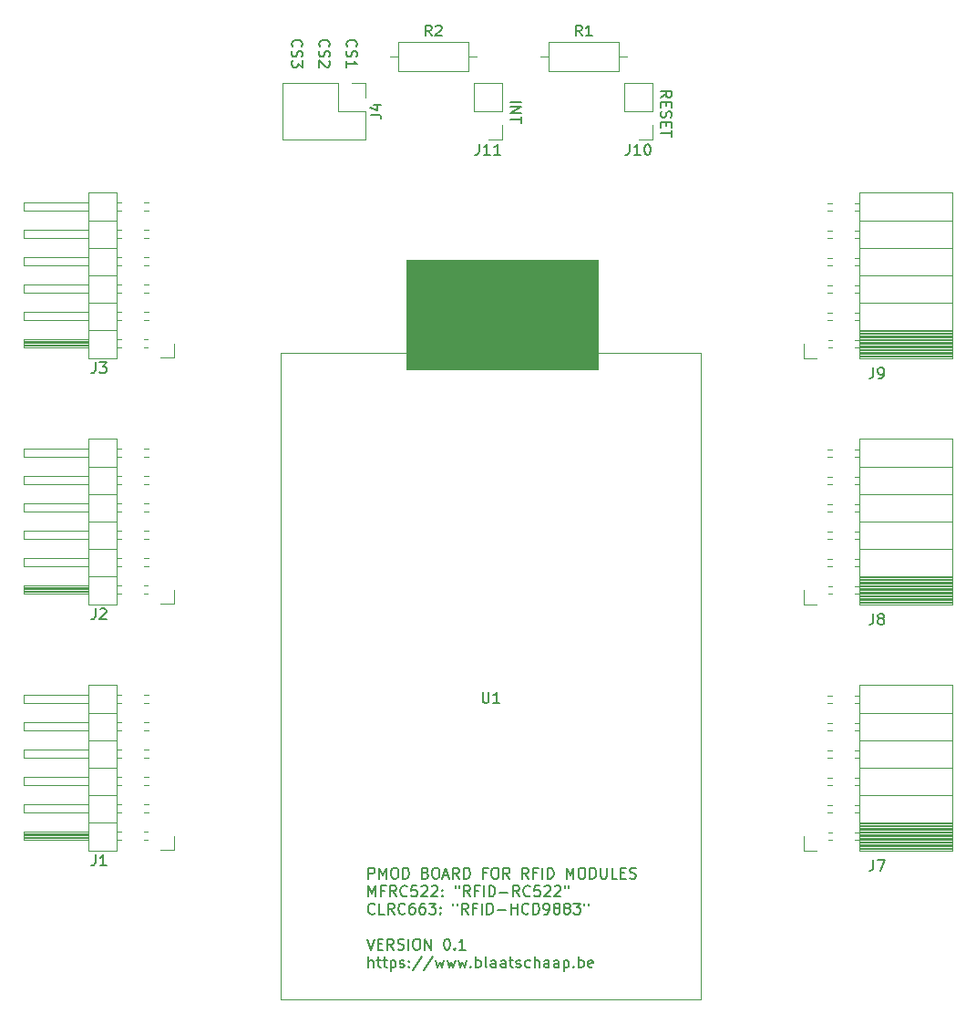
<source format=gbr>
%TF.GenerationSoftware,KiCad,Pcbnew,5.1.10*%
%TF.CreationDate,2022-01-14T13:32:54+01:00*%
%TF.ProjectId,modules_board,6d6f6475-6c65-4735-9f62-6f6172642e6b,rev?*%
%TF.SameCoordinates,Original*%
%TF.FileFunction,Legend,Top*%
%TF.FilePolarity,Positive*%
%FSLAX46Y46*%
G04 Gerber Fmt 4.6, Leading zero omitted, Abs format (unit mm)*
G04 Created by KiCad (PCBNEW 5.1.10) date 2022-01-14 13:32:54*
%MOMM*%
%LPD*%
G01*
G04 APERTURE LIST*
%ADD10C,0.150000*%
%ADD11C,0.120000*%
%ADD12C,0.100000*%
G04 APERTURE END LIST*
D10*
X110037619Y-50798214D02*
X110513809Y-50464880D01*
X110037619Y-50226785D02*
X111037619Y-50226785D01*
X111037619Y-50607738D01*
X110990000Y-50702976D01*
X110942380Y-50750595D01*
X110847142Y-50798214D01*
X110704285Y-50798214D01*
X110609047Y-50750595D01*
X110561428Y-50702976D01*
X110513809Y-50607738D01*
X110513809Y-50226785D01*
X110561428Y-51226785D02*
X110561428Y-51560119D01*
X110037619Y-51702976D02*
X110037619Y-51226785D01*
X111037619Y-51226785D01*
X111037619Y-51702976D01*
X110085238Y-52083928D02*
X110037619Y-52226785D01*
X110037619Y-52464880D01*
X110085238Y-52560119D01*
X110132857Y-52607738D01*
X110228095Y-52655357D01*
X110323333Y-52655357D01*
X110418571Y-52607738D01*
X110466190Y-52560119D01*
X110513809Y-52464880D01*
X110561428Y-52274404D01*
X110609047Y-52179166D01*
X110656666Y-52131547D01*
X110751904Y-52083928D01*
X110847142Y-52083928D01*
X110942380Y-52131547D01*
X110990000Y-52179166D01*
X111037619Y-52274404D01*
X111037619Y-52512500D01*
X110990000Y-52655357D01*
X110561428Y-53083928D02*
X110561428Y-53417261D01*
X110037619Y-53560119D02*
X110037619Y-53083928D01*
X111037619Y-53083928D01*
X111037619Y-53560119D01*
X111037619Y-53845833D02*
X111037619Y-54417261D01*
X110037619Y-54131547D02*
X111037619Y-54131547D01*
X96067619Y-51194880D02*
X97067619Y-51194880D01*
X96067619Y-51671071D02*
X97067619Y-51671071D01*
X96067619Y-52242500D01*
X97067619Y-52242500D01*
X97067619Y-52575833D02*
X97067619Y-53147261D01*
X96067619Y-52861547D02*
X97067619Y-52861547D01*
X80922857Y-46067261D02*
X80875238Y-46019642D01*
X80827619Y-45876785D01*
X80827619Y-45781547D01*
X80875238Y-45638690D01*
X80970476Y-45543452D01*
X81065714Y-45495833D01*
X81256190Y-45448214D01*
X81399047Y-45448214D01*
X81589523Y-45495833D01*
X81684761Y-45543452D01*
X81780000Y-45638690D01*
X81827619Y-45781547D01*
X81827619Y-45876785D01*
X81780000Y-46019642D01*
X81732380Y-46067261D01*
X80875238Y-46448214D02*
X80827619Y-46591071D01*
X80827619Y-46829166D01*
X80875238Y-46924404D01*
X80922857Y-46972023D01*
X81018095Y-47019642D01*
X81113333Y-47019642D01*
X81208571Y-46972023D01*
X81256190Y-46924404D01*
X81303809Y-46829166D01*
X81351428Y-46638690D01*
X81399047Y-46543452D01*
X81446666Y-46495833D01*
X81541904Y-46448214D01*
X81637142Y-46448214D01*
X81732380Y-46495833D01*
X81780000Y-46543452D01*
X81827619Y-46638690D01*
X81827619Y-46876785D01*
X81780000Y-47019642D01*
X80827619Y-47972023D02*
X80827619Y-47400595D01*
X80827619Y-47686309D02*
X81827619Y-47686309D01*
X81684761Y-47591071D01*
X81589523Y-47495833D01*
X81541904Y-47400595D01*
X78382857Y-46067261D02*
X78335238Y-46019642D01*
X78287619Y-45876785D01*
X78287619Y-45781547D01*
X78335238Y-45638690D01*
X78430476Y-45543452D01*
X78525714Y-45495833D01*
X78716190Y-45448214D01*
X78859047Y-45448214D01*
X79049523Y-45495833D01*
X79144761Y-45543452D01*
X79240000Y-45638690D01*
X79287619Y-45781547D01*
X79287619Y-45876785D01*
X79240000Y-46019642D01*
X79192380Y-46067261D01*
X78335238Y-46448214D02*
X78287619Y-46591071D01*
X78287619Y-46829166D01*
X78335238Y-46924404D01*
X78382857Y-46972023D01*
X78478095Y-47019642D01*
X78573333Y-47019642D01*
X78668571Y-46972023D01*
X78716190Y-46924404D01*
X78763809Y-46829166D01*
X78811428Y-46638690D01*
X78859047Y-46543452D01*
X78906666Y-46495833D01*
X79001904Y-46448214D01*
X79097142Y-46448214D01*
X79192380Y-46495833D01*
X79240000Y-46543452D01*
X79287619Y-46638690D01*
X79287619Y-46876785D01*
X79240000Y-47019642D01*
X79192380Y-47400595D02*
X79240000Y-47448214D01*
X79287619Y-47543452D01*
X79287619Y-47781547D01*
X79240000Y-47876785D01*
X79192380Y-47924404D01*
X79097142Y-47972023D01*
X79001904Y-47972023D01*
X78859047Y-47924404D01*
X78287619Y-47352976D01*
X78287619Y-47972023D01*
X75842857Y-46067261D02*
X75795238Y-46019642D01*
X75747619Y-45876785D01*
X75747619Y-45781547D01*
X75795238Y-45638690D01*
X75890476Y-45543452D01*
X75985714Y-45495833D01*
X76176190Y-45448214D01*
X76319047Y-45448214D01*
X76509523Y-45495833D01*
X76604761Y-45543452D01*
X76700000Y-45638690D01*
X76747619Y-45781547D01*
X76747619Y-45876785D01*
X76700000Y-46019642D01*
X76652380Y-46067261D01*
X75795238Y-46448214D02*
X75747619Y-46591071D01*
X75747619Y-46829166D01*
X75795238Y-46924404D01*
X75842857Y-46972023D01*
X75938095Y-47019642D01*
X76033333Y-47019642D01*
X76128571Y-46972023D01*
X76176190Y-46924404D01*
X76223809Y-46829166D01*
X76271428Y-46638690D01*
X76319047Y-46543452D01*
X76366666Y-46495833D01*
X76461904Y-46448214D01*
X76557142Y-46448214D01*
X76652380Y-46495833D01*
X76700000Y-46543452D01*
X76747619Y-46638690D01*
X76747619Y-46876785D01*
X76700000Y-47019642D01*
X76747619Y-47352976D02*
X76747619Y-47972023D01*
X76366666Y-47638690D01*
X76366666Y-47781547D01*
X76319047Y-47876785D01*
X76271428Y-47924404D01*
X76176190Y-47972023D01*
X75938095Y-47972023D01*
X75842857Y-47924404D01*
X75795238Y-47876785D01*
X75747619Y-47781547D01*
X75747619Y-47495833D01*
X75795238Y-47400595D01*
X75842857Y-47352976D01*
X82885595Y-123327380D02*
X82885595Y-122327380D01*
X83266547Y-122327380D01*
X83361785Y-122375000D01*
X83409404Y-122422619D01*
X83457023Y-122517857D01*
X83457023Y-122660714D01*
X83409404Y-122755952D01*
X83361785Y-122803571D01*
X83266547Y-122851190D01*
X82885595Y-122851190D01*
X83885595Y-123327380D02*
X83885595Y-122327380D01*
X84218928Y-123041666D01*
X84552261Y-122327380D01*
X84552261Y-123327380D01*
X85218928Y-122327380D02*
X85409404Y-122327380D01*
X85504642Y-122375000D01*
X85599880Y-122470238D01*
X85647500Y-122660714D01*
X85647500Y-122994047D01*
X85599880Y-123184523D01*
X85504642Y-123279761D01*
X85409404Y-123327380D01*
X85218928Y-123327380D01*
X85123690Y-123279761D01*
X85028452Y-123184523D01*
X84980833Y-122994047D01*
X84980833Y-122660714D01*
X85028452Y-122470238D01*
X85123690Y-122375000D01*
X85218928Y-122327380D01*
X86076071Y-123327380D02*
X86076071Y-122327380D01*
X86314166Y-122327380D01*
X86457023Y-122375000D01*
X86552261Y-122470238D01*
X86599880Y-122565476D01*
X86647500Y-122755952D01*
X86647500Y-122898809D01*
X86599880Y-123089285D01*
X86552261Y-123184523D01*
X86457023Y-123279761D01*
X86314166Y-123327380D01*
X86076071Y-123327380D01*
X88171309Y-122803571D02*
X88314166Y-122851190D01*
X88361785Y-122898809D01*
X88409404Y-122994047D01*
X88409404Y-123136904D01*
X88361785Y-123232142D01*
X88314166Y-123279761D01*
X88218928Y-123327380D01*
X87837976Y-123327380D01*
X87837976Y-122327380D01*
X88171309Y-122327380D01*
X88266547Y-122375000D01*
X88314166Y-122422619D01*
X88361785Y-122517857D01*
X88361785Y-122613095D01*
X88314166Y-122708333D01*
X88266547Y-122755952D01*
X88171309Y-122803571D01*
X87837976Y-122803571D01*
X89028452Y-122327380D02*
X89218928Y-122327380D01*
X89314166Y-122375000D01*
X89409404Y-122470238D01*
X89457023Y-122660714D01*
X89457023Y-122994047D01*
X89409404Y-123184523D01*
X89314166Y-123279761D01*
X89218928Y-123327380D01*
X89028452Y-123327380D01*
X88933214Y-123279761D01*
X88837976Y-123184523D01*
X88790357Y-122994047D01*
X88790357Y-122660714D01*
X88837976Y-122470238D01*
X88933214Y-122375000D01*
X89028452Y-122327380D01*
X89837976Y-123041666D02*
X90314166Y-123041666D01*
X89742738Y-123327380D02*
X90076071Y-122327380D01*
X90409404Y-123327380D01*
X91314166Y-123327380D02*
X90980833Y-122851190D01*
X90742738Y-123327380D02*
X90742738Y-122327380D01*
X91123690Y-122327380D01*
X91218928Y-122375000D01*
X91266547Y-122422619D01*
X91314166Y-122517857D01*
X91314166Y-122660714D01*
X91266547Y-122755952D01*
X91218928Y-122803571D01*
X91123690Y-122851190D01*
X90742738Y-122851190D01*
X91742738Y-123327380D02*
X91742738Y-122327380D01*
X91980833Y-122327380D01*
X92123690Y-122375000D01*
X92218928Y-122470238D01*
X92266547Y-122565476D01*
X92314166Y-122755952D01*
X92314166Y-122898809D01*
X92266547Y-123089285D01*
X92218928Y-123184523D01*
X92123690Y-123279761D01*
X91980833Y-123327380D01*
X91742738Y-123327380D01*
X93837976Y-122803571D02*
X93504642Y-122803571D01*
X93504642Y-123327380D02*
X93504642Y-122327380D01*
X93980833Y-122327380D01*
X94552261Y-122327380D02*
X94742738Y-122327380D01*
X94837976Y-122375000D01*
X94933214Y-122470238D01*
X94980833Y-122660714D01*
X94980833Y-122994047D01*
X94933214Y-123184523D01*
X94837976Y-123279761D01*
X94742738Y-123327380D01*
X94552261Y-123327380D01*
X94457023Y-123279761D01*
X94361785Y-123184523D01*
X94314166Y-122994047D01*
X94314166Y-122660714D01*
X94361785Y-122470238D01*
X94457023Y-122375000D01*
X94552261Y-122327380D01*
X95980833Y-123327380D02*
X95647500Y-122851190D01*
X95409404Y-123327380D02*
X95409404Y-122327380D01*
X95790357Y-122327380D01*
X95885595Y-122375000D01*
X95933214Y-122422619D01*
X95980833Y-122517857D01*
X95980833Y-122660714D01*
X95933214Y-122755952D01*
X95885595Y-122803571D01*
X95790357Y-122851190D01*
X95409404Y-122851190D01*
X97742738Y-123327380D02*
X97409404Y-122851190D01*
X97171309Y-123327380D02*
X97171309Y-122327380D01*
X97552261Y-122327380D01*
X97647500Y-122375000D01*
X97695119Y-122422619D01*
X97742738Y-122517857D01*
X97742738Y-122660714D01*
X97695119Y-122755952D01*
X97647500Y-122803571D01*
X97552261Y-122851190D01*
X97171309Y-122851190D01*
X98504642Y-122803571D02*
X98171309Y-122803571D01*
X98171309Y-123327380D02*
X98171309Y-122327380D01*
X98647500Y-122327380D01*
X99028452Y-123327380D02*
X99028452Y-122327380D01*
X99504642Y-123327380D02*
X99504642Y-122327380D01*
X99742738Y-122327380D01*
X99885595Y-122375000D01*
X99980833Y-122470238D01*
X100028452Y-122565476D01*
X100076071Y-122755952D01*
X100076071Y-122898809D01*
X100028452Y-123089285D01*
X99980833Y-123184523D01*
X99885595Y-123279761D01*
X99742738Y-123327380D01*
X99504642Y-123327380D01*
X101266547Y-123327380D02*
X101266547Y-122327380D01*
X101599880Y-123041666D01*
X101933214Y-122327380D01*
X101933214Y-123327380D01*
X102599880Y-122327380D02*
X102790357Y-122327380D01*
X102885595Y-122375000D01*
X102980833Y-122470238D01*
X103028452Y-122660714D01*
X103028452Y-122994047D01*
X102980833Y-123184523D01*
X102885595Y-123279761D01*
X102790357Y-123327380D01*
X102599880Y-123327380D01*
X102504642Y-123279761D01*
X102409404Y-123184523D01*
X102361785Y-122994047D01*
X102361785Y-122660714D01*
X102409404Y-122470238D01*
X102504642Y-122375000D01*
X102599880Y-122327380D01*
X103457023Y-123327380D02*
X103457023Y-122327380D01*
X103695119Y-122327380D01*
X103837976Y-122375000D01*
X103933214Y-122470238D01*
X103980833Y-122565476D01*
X104028452Y-122755952D01*
X104028452Y-122898809D01*
X103980833Y-123089285D01*
X103933214Y-123184523D01*
X103837976Y-123279761D01*
X103695119Y-123327380D01*
X103457023Y-123327380D01*
X104457023Y-122327380D02*
X104457023Y-123136904D01*
X104504642Y-123232142D01*
X104552261Y-123279761D01*
X104647500Y-123327380D01*
X104837976Y-123327380D01*
X104933214Y-123279761D01*
X104980833Y-123232142D01*
X105028452Y-123136904D01*
X105028452Y-122327380D01*
X105980833Y-123327380D02*
X105504642Y-123327380D01*
X105504642Y-122327380D01*
X106314166Y-122803571D02*
X106647500Y-122803571D01*
X106790357Y-123327380D02*
X106314166Y-123327380D01*
X106314166Y-122327380D01*
X106790357Y-122327380D01*
X107171309Y-123279761D02*
X107314166Y-123327380D01*
X107552261Y-123327380D01*
X107647500Y-123279761D01*
X107695119Y-123232142D01*
X107742738Y-123136904D01*
X107742738Y-123041666D01*
X107695119Y-122946428D01*
X107647500Y-122898809D01*
X107552261Y-122851190D01*
X107361785Y-122803571D01*
X107266547Y-122755952D01*
X107218928Y-122708333D01*
X107171309Y-122613095D01*
X107171309Y-122517857D01*
X107218928Y-122422619D01*
X107266547Y-122375000D01*
X107361785Y-122327380D01*
X107599880Y-122327380D01*
X107742738Y-122375000D01*
X82885595Y-124977380D02*
X82885595Y-123977380D01*
X83218928Y-124691666D01*
X83552261Y-123977380D01*
X83552261Y-124977380D01*
X84361785Y-124453571D02*
X84028452Y-124453571D01*
X84028452Y-124977380D02*
X84028452Y-123977380D01*
X84504642Y-123977380D01*
X85457023Y-124977380D02*
X85123690Y-124501190D01*
X84885595Y-124977380D02*
X84885595Y-123977380D01*
X85266547Y-123977380D01*
X85361785Y-124025000D01*
X85409404Y-124072619D01*
X85457023Y-124167857D01*
X85457023Y-124310714D01*
X85409404Y-124405952D01*
X85361785Y-124453571D01*
X85266547Y-124501190D01*
X84885595Y-124501190D01*
X86457023Y-124882142D02*
X86409404Y-124929761D01*
X86266547Y-124977380D01*
X86171309Y-124977380D01*
X86028452Y-124929761D01*
X85933214Y-124834523D01*
X85885595Y-124739285D01*
X85837976Y-124548809D01*
X85837976Y-124405952D01*
X85885595Y-124215476D01*
X85933214Y-124120238D01*
X86028452Y-124025000D01*
X86171309Y-123977380D01*
X86266547Y-123977380D01*
X86409404Y-124025000D01*
X86457023Y-124072619D01*
X87361785Y-123977380D02*
X86885595Y-123977380D01*
X86837976Y-124453571D01*
X86885595Y-124405952D01*
X86980833Y-124358333D01*
X87218928Y-124358333D01*
X87314166Y-124405952D01*
X87361785Y-124453571D01*
X87409404Y-124548809D01*
X87409404Y-124786904D01*
X87361785Y-124882142D01*
X87314166Y-124929761D01*
X87218928Y-124977380D01*
X86980833Y-124977380D01*
X86885595Y-124929761D01*
X86837976Y-124882142D01*
X87790357Y-124072619D02*
X87837976Y-124025000D01*
X87933214Y-123977380D01*
X88171309Y-123977380D01*
X88266547Y-124025000D01*
X88314166Y-124072619D01*
X88361785Y-124167857D01*
X88361785Y-124263095D01*
X88314166Y-124405952D01*
X87742738Y-124977380D01*
X88361785Y-124977380D01*
X88742738Y-124072619D02*
X88790357Y-124025000D01*
X88885595Y-123977380D01*
X89123690Y-123977380D01*
X89218928Y-124025000D01*
X89266547Y-124072619D01*
X89314166Y-124167857D01*
X89314166Y-124263095D01*
X89266547Y-124405952D01*
X88695119Y-124977380D01*
X89314166Y-124977380D01*
X89742738Y-124882142D02*
X89790357Y-124929761D01*
X89742738Y-124977380D01*
X89695119Y-124929761D01*
X89742738Y-124882142D01*
X89742738Y-124977380D01*
X89742738Y-124358333D02*
X89790357Y-124405952D01*
X89742738Y-124453571D01*
X89695119Y-124405952D01*
X89742738Y-124358333D01*
X89742738Y-124453571D01*
X90933214Y-123977380D02*
X90933214Y-124167857D01*
X91314166Y-123977380D02*
X91314166Y-124167857D01*
X92314166Y-124977380D02*
X91980833Y-124501190D01*
X91742738Y-124977380D02*
X91742738Y-123977380D01*
X92123690Y-123977380D01*
X92218928Y-124025000D01*
X92266547Y-124072619D01*
X92314166Y-124167857D01*
X92314166Y-124310714D01*
X92266547Y-124405952D01*
X92218928Y-124453571D01*
X92123690Y-124501190D01*
X91742738Y-124501190D01*
X93076071Y-124453571D02*
X92742738Y-124453571D01*
X92742738Y-124977380D02*
X92742738Y-123977380D01*
X93218928Y-123977380D01*
X93599880Y-124977380D02*
X93599880Y-123977380D01*
X94076071Y-124977380D02*
X94076071Y-123977380D01*
X94314166Y-123977380D01*
X94457023Y-124025000D01*
X94552261Y-124120238D01*
X94599880Y-124215476D01*
X94647500Y-124405952D01*
X94647500Y-124548809D01*
X94599880Y-124739285D01*
X94552261Y-124834523D01*
X94457023Y-124929761D01*
X94314166Y-124977380D01*
X94076071Y-124977380D01*
X95076071Y-124596428D02*
X95837976Y-124596428D01*
X96885595Y-124977380D02*
X96552261Y-124501190D01*
X96314166Y-124977380D02*
X96314166Y-123977380D01*
X96695119Y-123977380D01*
X96790357Y-124025000D01*
X96837976Y-124072619D01*
X96885595Y-124167857D01*
X96885595Y-124310714D01*
X96837976Y-124405952D01*
X96790357Y-124453571D01*
X96695119Y-124501190D01*
X96314166Y-124501190D01*
X97885595Y-124882142D02*
X97837976Y-124929761D01*
X97695119Y-124977380D01*
X97599880Y-124977380D01*
X97457023Y-124929761D01*
X97361785Y-124834523D01*
X97314166Y-124739285D01*
X97266547Y-124548809D01*
X97266547Y-124405952D01*
X97314166Y-124215476D01*
X97361785Y-124120238D01*
X97457023Y-124025000D01*
X97599880Y-123977380D01*
X97695119Y-123977380D01*
X97837976Y-124025000D01*
X97885595Y-124072619D01*
X98790357Y-123977380D02*
X98314166Y-123977380D01*
X98266547Y-124453571D01*
X98314166Y-124405952D01*
X98409404Y-124358333D01*
X98647500Y-124358333D01*
X98742738Y-124405952D01*
X98790357Y-124453571D01*
X98837976Y-124548809D01*
X98837976Y-124786904D01*
X98790357Y-124882142D01*
X98742738Y-124929761D01*
X98647500Y-124977380D01*
X98409404Y-124977380D01*
X98314166Y-124929761D01*
X98266547Y-124882142D01*
X99218928Y-124072619D02*
X99266547Y-124025000D01*
X99361785Y-123977380D01*
X99599880Y-123977380D01*
X99695119Y-124025000D01*
X99742738Y-124072619D01*
X99790357Y-124167857D01*
X99790357Y-124263095D01*
X99742738Y-124405952D01*
X99171309Y-124977380D01*
X99790357Y-124977380D01*
X100171309Y-124072619D02*
X100218928Y-124025000D01*
X100314166Y-123977380D01*
X100552261Y-123977380D01*
X100647500Y-124025000D01*
X100695119Y-124072619D01*
X100742738Y-124167857D01*
X100742738Y-124263095D01*
X100695119Y-124405952D01*
X100123690Y-124977380D01*
X100742738Y-124977380D01*
X101123690Y-123977380D02*
X101123690Y-124167857D01*
X101504642Y-123977380D02*
X101504642Y-124167857D01*
X83457023Y-126532142D02*
X83409404Y-126579761D01*
X83266547Y-126627380D01*
X83171309Y-126627380D01*
X83028452Y-126579761D01*
X82933214Y-126484523D01*
X82885595Y-126389285D01*
X82837976Y-126198809D01*
X82837976Y-126055952D01*
X82885595Y-125865476D01*
X82933214Y-125770238D01*
X83028452Y-125675000D01*
X83171309Y-125627380D01*
X83266547Y-125627380D01*
X83409404Y-125675000D01*
X83457023Y-125722619D01*
X84361785Y-126627380D02*
X83885595Y-126627380D01*
X83885595Y-125627380D01*
X85266547Y-126627380D02*
X84933214Y-126151190D01*
X84695119Y-126627380D02*
X84695119Y-125627380D01*
X85076071Y-125627380D01*
X85171309Y-125675000D01*
X85218928Y-125722619D01*
X85266547Y-125817857D01*
X85266547Y-125960714D01*
X85218928Y-126055952D01*
X85171309Y-126103571D01*
X85076071Y-126151190D01*
X84695119Y-126151190D01*
X86266547Y-126532142D02*
X86218928Y-126579761D01*
X86076071Y-126627380D01*
X85980833Y-126627380D01*
X85837976Y-126579761D01*
X85742738Y-126484523D01*
X85695119Y-126389285D01*
X85647500Y-126198809D01*
X85647500Y-126055952D01*
X85695119Y-125865476D01*
X85742738Y-125770238D01*
X85837976Y-125675000D01*
X85980833Y-125627380D01*
X86076071Y-125627380D01*
X86218928Y-125675000D01*
X86266547Y-125722619D01*
X87123690Y-125627380D02*
X86933214Y-125627380D01*
X86837976Y-125675000D01*
X86790357Y-125722619D01*
X86695119Y-125865476D01*
X86647500Y-126055952D01*
X86647500Y-126436904D01*
X86695119Y-126532142D01*
X86742738Y-126579761D01*
X86837976Y-126627380D01*
X87028452Y-126627380D01*
X87123690Y-126579761D01*
X87171309Y-126532142D01*
X87218928Y-126436904D01*
X87218928Y-126198809D01*
X87171309Y-126103571D01*
X87123690Y-126055952D01*
X87028452Y-126008333D01*
X86837976Y-126008333D01*
X86742738Y-126055952D01*
X86695119Y-126103571D01*
X86647500Y-126198809D01*
X88076071Y-125627380D02*
X87885595Y-125627380D01*
X87790357Y-125675000D01*
X87742738Y-125722619D01*
X87647500Y-125865476D01*
X87599880Y-126055952D01*
X87599880Y-126436904D01*
X87647500Y-126532142D01*
X87695119Y-126579761D01*
X87790357Y-126627380D01*
X87980833Y-126627380D01*
X88076071Y-126579761D01*
X88123690Y-126532142D01*
X88171309Y-126436904D01*
X88171309Y-126198809D01*
X88123690Y-126103571D01*
X88076071Y-126055952D01*
X87980833Y-126008333D01*
X87790357Y-126008333D01*
X87695119Y-126055952D01*
X87647500Y-126103571D01*
X87599880Y-126198809D01*
X88504642Y-125627380D02*
X89123690Y-125627380D01*
X88790357Y-126008333D01*
X88933214Y-126008333D01*
X89028452Y-126055952D01*
X89076071Y-126103571D01*
X89123690Y-126198809D01*
X89123690Y-126436904D01*
X89076071Y-126532142D01*
X89028452Y-126579761D01*
X88933214Y-126627380D01*
X88647500Y-126627380D01*
X88552261Y-126579761D01*
X88504642Y-126532142D01*
X89552261Y-126532142D02*
X89599880Y-126579761D01*
X89552261Y-126627380D01*
X89504642Y-126579761D01*
X89552261Y-126532142D01*
X89552261Y-126627380D01*
X89552261Y-126008333D02*
X89599880Y-126055952D01*
X89552261Y-126103571D01*
X89504642Y-126055952D01*
X89552261Y-126008333D01*
X89552261Y-126103571D01*
X90742738Y-125627380D02*
X90742738Y-125817857D01*
X91123690Y-125627380D02*
X91123690Y-125817857D01*
X92123690Y-126627380D02*
X91790357Y-126151190D01*
X91552261Y-126627380D02*
X91552261Y-125627380D01*
X91933214Y-125627380D01*
X92028452Y-125675000D01*
X92076071Y-125722619D01*
X92123690Y-125817857D01*
X92123690Y-125960714D01*
X92076071Y-126055952D01*
X92028452Y-126103571D01*
X91933214Y-126151190D01*
X91552261Y-126151190D01*
X92885595Y-126103571D02*
X92552261Y-126103571D01*
X92552261Y-126627380D02*
X92552261Y-125627380D01*
X93028452Y-125627380D01*
X93409404Y-126627380D02*
X93409404Y-125627380D01*
X93885595Y-126627380D02*
X93885595Y-125627380D01*
X94123690Y-125627380D01*
X94266547Y-125675000D01*
X94361785Y-125770238D01*
X94409404Y-125865476D01*
X94457023Y-126055952D01*
X94457023Y-126198809D01*
X94409404Y-126389285D01*
X94361785Y-126484523D01*
X94266547Y-126579761D01*
X94123690Y-126627380D01*
X93885595Y-126627380D01*
X94885595Y-126246428D02*
X95647500Y-126246428D01*
X96123690Y-126627380D02*
X96123690Y-125627380D01*
X96123690Y-126103571D02*
X96695119Y-126103571D01*
X96695119Y-126627380D02*
X96695119Y-125627380D01*
X97742738Y-126532142D02*
X97695119Y-126579761D01*
X97552261Y-126627380D01*
X97457023Y-126627380D01*
X97314166Y-126579761D01*
X97218928Y-126484523D01*
X97171309Y-126389285D01*
X97123690Y-126198809D01*
X97123690Y-126055952D01*
X97171309Y-125865476D01*
X97218928Y-125770238D01*
X97314166Y-125675000D01*
X97457023Y-125627380D01*
X97552261Y-125627380D01*
X97695119Y-125675000D01*
X97742738Y-125722619D01*
X98171309Y-126627380D02*
X98171309Y-125627380D01*
X98409404Y-125627380D01*
X98552261Y-125675000D01*
X98647500Y-125770238D01*
X98695119Y-125865476D01*
X98742738Y-126055952D01*
X98742738Y-126198809D01*
X98695119Y-126389285D01*
X98647500Y-126484523D01*
X98552261Y-126579761D01*
X98409404Y-126627380D01*
X98171309Y-126627380D01*
X99218928Y-126627380D02*
X99409404Y-126627380D01*
X99504642Y-126579761D01*
X99552261Y-126532142D01*
X99647500Y-126389285D01*
X99695119Y-126198809D01*
X99695119Y-125817857D01*
X99647500Y-125722619D01*
X99599880Y-125675000D01*
X99504642Y-125627380D01*
X99314166Y-125627380D01*
X99218928Y-125675000D01*
X99171309Y-125722619D01*
X99123690Y-125817857D01*
X99123690Y-126055952D01*
X99171309Y-126151190D01*
X99218928Y-126198809D01*
X99314166Y-126246428D01*
X99504642Y-126246428D01*
X99599880Y-126198809D01*
X99647500Y-126151190D01*
X99695119Y-126055952D01*
X100266547Y-126055952D02*
X100171309Y-126008333D01*
X100123690Y-125960714D01*
X100076071Y-125865476D01*
X100076071Y-125817857D01*
X100123690Y-125722619D01*
X100171309Y-125675000D01*
X100266547Y-125627380D01*
X100457023Y-125627380D01*
X100552261Y-125675000D01*
X100599880Y-125722619D01*
X100647500Y-125817857D01*
X100647500Y-125865476D01*
X100599880Y-125960714D01*
X100552261Y-126008333D01*
X100457023Y-126055952D01*
X100266547Y-126055952D01*
X100171309Y-126103571D01*
X100123690Y-126151190D01*
X100076071Y-126246428D01*
X100076071Y-126436904D01*
X100123690Y-126532142D01*
X100171309Y-126579761D01*
X100266547Y-126627380D01*
X100457023Y-126627380D01*
X100552261Y-126579761D01*
X100599880Y-126532142D01*
X100647500Y-126436904D01*
X100647500Y-126246428D01*
X100599880Y-126151190D01*
X100552261Y-126103571D01*
X100457023Y-126055952D01*
X101218928Y-126055952D02*
X101123690Y-126008333D01*
X101076071Y-125960714D01*
X101028452Y-125865476D01*
X101028452Y-125817857D01*
X101076071Y-125722619D01*
X101123690Y-125675000D01*
X101218928Y-125627380D01*
X101409404Y-125627380D01*
X101504642Y-125675000D01*
X101552261Y-125722619D01*
X101599880Y-125817857D01*
X101599880Y-125865476D01*
X101552261Y-125960714D01*
X101504642Y-126008333D01*
X101409404Y-126055952D01*
X101218928Y-126055952D01*
X101123690Y-126103571D01*
X101076071Y-126151190D01*
X101028452Y-126246428D01*
X101028452Y-126436904D01*
X101076071Y-126532142D01*
X101123690Y-126579761D01*
X101218928Y-126627380D01*
X101409404Y-126627380D01*
X101504642Y-126579761D01*
X101552261Y-126532142D01*
X101599880Y-126436904D01*
X101599880Y-126246428D01*
X101552261Y-126151190D01*
X101504642Y-126103571D01*
X101409404Y-126055952D01*
X101933214Y-125627380D02*
X102552261Y-125627380D01*
X102218928Y-126008333D01*
X102361785Y-126008333D01*
X102457023Y-126055952D01*
X102504642Y-126103571D01*
X102552261Y-126198809D01*
X102552261Y-126436904D01*
X102504642Y-126532142D01*
X102457023Y-126579761D01*
X102361785Y-126627380D01*
X102076071Y-126627380D01*
X101980833Y-126579761D01*
X101933214Y-126532142D01*
X102933214Y-125627380D02*
X102933214Y-125817857D01*
X103314166Y-125627380D02*
X103314166Y-125817857D01*
X82742738Y-128927380D02*
X83076071Y-129927380D01*
X83409404Y-128927380D01*
X83742738Y-129403571D02*
X84076071Y-129403571D01*
X84218928Y-129927380D02*
X83742738Y-129927380D01*
X83742738Y-128927380D01*
X84218928Y-128927380D01*
X85218928Y-129927380D02*
X84885595Y-129451190D01*
X84647500Y-129927380D02*
X84647500Y-128927380D01*
X85028452Y-128927380D01*
X85123690Y-128975000D01*
X85171309Y-129022619D01*
X85218928Y-129117857D01*
X85218928Y-129260714D01*
X85171309Y-129355952D01*
X85123690Y-129403571D01*
X85028452Y-129451190D01*
X84647500Y-129451190D01*
X85599880Y-129879761D02*
X85742738Y-129927380D01*
X85980833Y-129927380D01*
X86076071Y-129879761D01*
X86123690Y-129832142D01*
X86171309Y-129736904D01*
X86171309Y-129641666D01*
X86123690Y-129546428D01*
X86076071Y-129498809D01*
X85980833Y-129451190D01*
X85790357Y-129403571D01*
X85695119Y-129355952D01*
X85647500Y-129308333D01*
X85599880Y-129213095D01*
X85599880Y-129117857D01*
X85647500Y-129022619D01*
X85695119Y-128975000D01*
X85790357Y-128927380D01*
X86028452Y-128927380D01*
X86171309Y-128975000D01*
X86599880Y-129927380D02*
X86599880Y-128927380D01*
X87266547Y-128927380D02*
X87457023Y-128927380D01*
X87552261Y-128975000D01*
X87647500Y-129070238D01*
X87695119Y-129260714D01*
X87695119Y-129594047D01*
X87647500Y-129784523D01*
X87552261Y-129879761D01*
X87457023Y-129927380D01*
X87266547Y-129927380D01*
X87171309Y-129879761D01*
X87076071Y-129784523D01*
X87028452Y-129594047D01*
X87028452Y-129260714D01*
X87076071Y-129070238D01*
X87171309Y-128975000D01*
X87266547Y-128927380D01*
X88123690Y-129927380D02*
X88123690Y-128927380D01*
X88695119Y-129927380D01*
X88695119Y-128927380D01*
X90123690Y-128927380D02*
X90218928Y-128927380D01*
X90314166Y-128975000D01*
X90361785Y-129022619D01*
X90409404Y-129117857D01*
X90457023Y-129308333D01*
X90457023Y-129546428D01*
X90409404Y-129736904D01*
X90361785Y-129832142D01*
X90314166Y-129879761D01*
X90218928Y-129927380D01*
X90123690Y-129927380D01*
X90028452Y-129879761D01*
X89980833Y-129832142D01*
X89933214Y-129736904D01*
X89885595Y-129546428D01*
X89885595Y-129308333D01*
X89933214Y-129117857D01*
X89980833Y-129022619D01*
X90028452Y-128975000D01*
X90123690Y-128927380D01*
X90885595Y-129832142D02*
X90933214Y-129879761D01*
X90885595Y-129927380D01*
X90837976Y-129879761D01*
X90885595Y-129832142D01*
X90885595Y-129927380D01*
X91885595Y-129927380D02*
X91314166Y-129927380D01*
X91599880Y-129927380D02*
X91599880Y-128927380D01*
X91504642Y-129070238D01*
X91409404Y-129165476D01*
X91314166Y-129213095D01*
X82885595Y-131577380D02*
X82885595Y-130577380D01*
X83314166Y-131577380D02*
X83314166Y-131053571D01*
X83266547Y-130958333D01*
X83171309Y-130910714D01*
X83028452Y-130910714D01*
X82933214Y-130958333D01*
X82885595Y-131005952D01*
X83647500Y-130910714D02*
X84028452Y-130910714D01*
X83790357Y-130577380D02*
X83790357Y-131434523D01*
X83837976Y-131529761D01*
X83933214Y-131577380D01*
X84028452Y-131577380D01*
X84218928Y-130910714D02*
X84599880Y-130910714D01*
X84361785Y-130577380D02*
X84361785Y-131434523D01*
X84409404Y-131529761D01*
X84504642Y-131577380D01*
X84599880Y-131577380D01*
X84933214Y-130910714D02*
X84933214Y-131910714D01*
X84933214Y-130958333D02*
X85028452Y-130910714D01*
X85218928Y-130910714D01*
X85314166Y-130958333D01*
X85361785Y-131005952D01*
X85409404Y-131101190D01*
X85409404Y-131386904D01*
X85361785Y-131482142D01*
X85314166Y-131529761D01*
X85218928Y-131577380D01*
X85028452Y-131577380D01*
X84933214Y-131529761D01*
X85790357Y-131529761D02*
X85885595Y-131577380D01*
X86076071Y-131577380D01*
X86171309Y-131529761D01*
X86218928Y-131434523D01*
X86218928Y-131386904D01*
X86171309Y-131291666D01*
X86076071Y-131244047D01*
X85933214Y-131244047D01*
X85837976Y-131196428D01*
X85790357Y-131101190D01*
X85790357Y-131053571D01*
X85837976Y-130958333D01*
X85933214Y-130910714D01*
X86076071Y-130910714D01*
X86171309Y-130958333D01*
X86647500Y-131482142D02*
X86695119Y-131529761D01*
X86647500Y-131577380D01*
X86599880Y-131529761D01*
X86647500Y-131482142D01*
X86647500Y-131577380D01*
X86647500Y-130958333D02*
X86695119Y-131005952D01*
X86647500Y-131053571D01*
X86599880Y-131005952D01*
X86647500Y-130958333D01*
X86647500Y-131053571D01*
X87837976Y-130529761D02*
X86980833Y-131815476D01*
X88885595Y-130529761D02*
X88028452Y-131815476D01*
X89123690Y-130910714D02*
X89314166Y-131577380D01*
X89504642Y-131101190D01*
X89695119Y-131577380D01*
X89885595Y-130910714D01*
X90171309Y-130910714D02*
X90361785Y-131577380D01*
X90552261Y-131101190D01*
X90742738Y-131577380D01*
X90933214Y-130910714D01*
X91218928Y-130910714D02*
X91409404Y-131577380D01*
X91599880Y-131101190D01*
X91790357Y-131577380D01*
X91980833Y-130910714D01*
X92361785Y-131482142D02*
X92409404Y-131529761D01*
X92361785Y-131577380D01*
X92314166Y-131529761D01*
X92361785Y-131482142D01*
X92361785Y-131577380D01*
X92837976Y-131577380D02*
X92837976Y-130577380D01*
X92837976Y-130958333D02*
X92933214Y-130910714D01*
X93123690Y-130910714D01*
X93218928Y-130958333D01*
X93266547Y-131005952D01*
X93314166Y-131101190D01*
X93314166Y-131386904D01*
X93266547Y-131482142D01*
X93218928Y-131529761D01*
X93123690Y-131577380D01*
X92933214Y-131577380D01*
X92837976Y-131529761D01*
X93885595Y-131577380D02*
X93790357Y-131529761D01*
X93742738Y-131434523D01*
X93742738Y-130577380D01*
X94695119Y-131577380D02*
X94695119Y-131053571D01*
X94647500Y-130958333D01*
X94552261Y-130910714D01*
X94361785Y-130910714D01*
X94266547Y-130958333D01*
X94695119Y-131529761D02*
X94599880Y-131577380D01*
X94361785Y-131577380D01*
X94266547Y-131529761D01*
X94218928Y-131434523D01*
X94218928Y-131339285D01*
X94266547Y-131244047D01*
X94361785Y-131196428D01*
X94599880Y-131196428D01*
X94695119Y-131148809D01*
X95599880Y-131577380D02*
X95599880Y-131053571D01*
X95552261Y-130958333D01*
X95457023Y-130910714D01*
X95266547Y-130910714D01*
X95171309Y-130958333D01*
X95599880Y-131529761D02*
X95504642Y-131577380D01*
X95266547Y-131577380D01*
X95171309Y-131529761D01*
X95123690Y-131434523D01*
X95123690Y-131339285D01*
X95171309Y-131244047D01*
X95266547Y-131196428D01*
X95504642Y-131196428D01*
X95599880Y-131148809D01*
X95933214Y-130910714D02*
X96314166Y-130910714D01*
X96076071Y-130577380D02*
X96076071Y-131434523D01*
X96123690Y-131529761D01*
X96218928Y-131577380D01*
X96314166Y-131577380D01*
X96599880Y-131529761D02*
X96695119Y-131577380D01*
X96885595Y-131577380D01*
X96980833Y-131529761D01*
X97028452Y-131434523D01*
X97028452Y-131386904D01*
X96980833Y-131291666D01*
X96885595Y-131244047D01*
X96742738Y-131244047D01*
X96647500Y-131196428D01*
X96599880Y-131101190D01*
X96599880Y-131053571D01*
X96647500Y-130958333D01*
X96742738Y-130910714D01*
X96885595Y-130910714D01*
X96980833Y-130958333D01*
X97885595Y-131529761D02*
X97790357Y-131577380D01*
X97599880Y-131577380D01*
X97504642Y-131529761D01*
X97457023Y-131482142D01*
X97409404Y-131386904D01*
X97409404Y-131101190D01*
X97457023Y-131005952D01*
X97504642Y-130958333D01*
X97599880Y-130910714D01*
X97790357Y-130910714D01*
X97885595Y-130958333D01*
X98314166Y-131577380D02*
X98314166Y-130577380D01*
X98742738Y-131577380D02*
X98742738Y-131053571D01*
X98695119Y-130958333D01*
X98599880Y-130910714D01*
X98457023Y-130910714D01*
X98361785Y-130958333D01*
X98314166Y-131005952D01*
X99647500Y-131577380D02*
X99647500Y-131053571D01*
X99599880Y-130958333D01*
X99504642Y-130910714D01*
X99314166Y-130910714D01*
X99218928Y-130958333D01*
X99647500Y-131529761D02*
X99552261Y-131577380D01*
X99314166Y-131577380D01*
X99218928Y-131529761D01*
X99171309Y-131434523D01*
X99171309Y-131339285D01*
X99218928Y-131244047D01*
X99314166Y-131196428D01*
X99552261Y-131196428D01*
X99647500Y-131148809D01*
X100552261Y-131577380D02*
X100552261Y-131053571D01*
X100504642Y-130958333D01*
X100409404Y-130910714D01*
X100218928Y-130910714D01*
X100123690Y-130958333D01*
X100552261Y-131529761D02*
X100457023Y-131577380D01*
X100218928Y-131577380D01*
X100123690Y-131529761D01*
X100076071Y-131434523D01*
X100076071Y-131339285D01*
X100123690Y-131244047D01*
X100218928Y-131196428D01*
X100457023Y-131196428D01*
X100552261Y-131148809D01*
X101028452Y-130910714D02*
X101028452Y-131910714D01*
X101028452Y-130958333D02*
X101123690Y-130910714D01*
X101314166Y-130910714D01*
X101409404Y-130958333D01*
X101457023Y-131005952D01*
X101504642Y-131101190D01*
X101504642Y-131386904D01*
X101457023Y-131482142D01*
X101409404Y-131529761D01*
X101314166Y-131577380D01*
X101123690Y-131577380D01*
X101028452Y-131529761D01*
X101933214Y-131482142D02*
X101980833Y-131529761D01*
X101933214Y-131577380D01*
X101885595Y-131529761D01*
X101933214Y-131482142D01*
X101933214Y-131577380D01*
X102409404Y-131577380D02*
X102409404Y-130577380D01*
X102409404Y-130958333D02*
X102504642Y-130910714D01*
X102695119Y-130910714D01*
X102790357Y-130958333D01*
X102837976Y-131005952D01*
X102885595Y-131101190D01*
X102885595Y-131386904D01*
X102837976Y-131482142D01*
X102790357Y-131529761D01*
X102695119Y-131577380D01*
X102504642Y-131577380D01*
X102409404Y-131529761D01*
X103695119Y-131529761D02*
X103599880Y-131577380D01*
X103409404Y-131577380D01*
X103314166Y-131529761D01*
X103266547Y-131434523D01*
X103266547Y-131053571D01*
X103314166Y-130958333D01*
X103409404Y-130910714D01*
X103599880Y-130910714D01*
X103695119Y-130958333D01*
X103742738Y-131053571D01*
X103742738Y-131148809D01*
X103266547Y-131244047D01*
D11*
%TO.C,R2*%
X85630000Y-45620000D02*
X85630000Y-48360000D01*
X85630000Y-48360000D02*
X92170000Y-48360000D01*
X92170000Y-48360000D02*
X92170000Y-45620000D01*
X92170000Y-45620000D02*
X85630000Y-45620000D01*
X84860000Y-46990000D02*
X85630000Y-46990000D01*
X92940000Y-46990000D02*
X92170000Y-46990000D01*
%TO.C,R1*%
X99600000Y-45620000D02*
X99600000Y-48360000D01*
X99600000Y-48360000D02*
X106140000Y-48360000D01*
X106140000Y-48360000D02*
X106140000Y-45620000D01*
X106140000Y-45620000D02*
X99600000Y-45620000D01*
X98830000Y-46990000D02*
X99600000Y-46990000D01*
X106910000Y-46990000D02*
X106140000Y-46990000D01*
%TO.C,U1*%
X74740000Y-74500000D02*
X113740000Y-74500000D01*
X113740000Y-74500000D02*
X113740000Y-134500000D01*
X113740000Y-134500000D02*
X74740000Y-134500000D01*
X74740000Y-134500000D02*
X74740000Y-74500000D01*
D12*
G36*
X104140000Y-76060000D02*
G01*
X86360000Y-76060000D01*
X86360000Y-65900000D01*
X104140000Y-65900000D01*
X104140000Y-76060000D01*
G37*
X104140000Y-76060000D02*
X86360000Y-76060000D01*
X86360000Y-65900000D01*
X104140000Y-65900000D01*
X104140000Y-76060000D01*
D11*
%TO.C,J1*%
X64770000Y-120650000D02*
X63500000Y-120650000D01*
X64770000Y-119380000D02*
X64770000Y-120650000D01*
X62457071Y-106300000D02*
X62002929Y-106300000D01*
X62457071Y-107060000D02*
X62002929Y-107060000D01*
X59917071Y-106300000D02*
X59520000Y-106300000D01*
X59917071Y-107060000D02*
X59520000Y-107060000D01*
X50860000Y-106300000D02*
X56860000Y-106300000D01*
X50860000Y-107060000D02*
X50860000Y-106300000D01*
X56860000Y-107060000D02*
X50860000Y-107060000D01*
X59520000Y-107950000D02*
X56860000Y-107950000D01*
X62457071Y-108840000D02*
X62002929Y-108840000D01*
X62457071Y-109600000D02*
X62002929Y-109600000D01*
X59917071Y-108840000D02*
X59520000Y-108840000D01*
X59917071Y-109600000D02*
X59520000Y-109600000D01*
X50860000Y-108840000D02*
X56860000Y-108840000D01*
X50860000Y-109600000D02*
X50860000Y-108840000D01*
X56860000Y-109600000D02*
X50860000Y-109600000D01*
X59520000Y-110490000D02*
X56860000Y-110490000D01*
X62457071Y-111380000D02*
X62002929Y-111380000D01*
X62457071Y-112140000D02*
X62002929Y-112140000D01*
X59917071Y-111380000D02*
X59520000Y-111380000D01*
X59917071Y-112140000D02*
X59520000Y-112140000D01*
X50860000Y-111380000D02*
X56860000Y-111380000D01*
X50860000Y-112140000D02*
X50860000Y-111380000D01*
X56860000Y-112140000D02*
X50860000Y-112140000D01*
X59520000Y-113030000D02*
X56860000Y-113030000D01*
X62457071Y-113920000D02*
X62002929Y-113920000D01*
X62457071Y-114680000D02*
X62002929Y-114680000D01*
X59917071Y-113920000D02*
X59520000Y-113920000D01*
X59917071Y-114680000D02*
X59520000Y-114680000D01*
X50860000Y-113920000D02*
X56860000Y-113920000D01*
X50860000Y-114680000D02*
X50860000Y-113920000D01*
X56860000Y-114680000D02*
X50860000Y-114680000D01*
X59520000Y-115570000D02*
X56860000Y-115570000D01*
X62457071Y-116460000D02*
X62002929Y-116460000D01*
X62457071Y-117220000D02*
X62002929Y-117220000D01*
X59917071Y-116460000D02*
X59520000Y-116460000D01*
X59917071Y-117220000D02*
X59520000Y-117220000D01*
X50860000Y-116460000D02*
X56860000Y-116460000D01*
X50860000Y-117220000D02*
X50860000Y-116460000D01*
X56860000Y-117220000D02*
X50860000Y-117220000D01*
X59520000Y-118110000D02*
X56860000Y-118110000D01*
X62390000Y-119000000D02*
X62002929Y-119000000D01*
X62390000Y-119760000D02*
X62002929Y-119760000D01*
X59917071Y-119000000D02*
X59520000Y-119000000D01*
X59917071Y-119760000D02*
X59520000Y-119760000D01*
X56860000Y-119100000D02*
X50860000Y-119100000D01*
X56860000Y-119220000D02*
X50860000Y-119220000D01*
X56860000Y-119340000D02*
X50860000Y-119340000D01*
X56860000Y-119460000D02*
X50860000Y-119460000D01*
X56860000Y-119580000D02*
X50860000Y-119580000D01*
X56860000Y-119700000D02*
X50860000Y-119700000D01*
X50860000Y-119000000D02*
X56860000Y-119000000D01*
X50860000Y-119760000D02*
X50860000Y-119000000D01*
X56860000Y-119760000D02*
X50860000Y-119760000D01*
X56860000Y-120710000D02*
X59520000Y-120710000D01*
X56860000Y-105350000D02*
X56860000Y-120710000D01*
X59520000Y-105350000D02*
X56860000Y-105350000D01*
X59520000Y-120710000D02*
X59520000Y-105350000D01*
%TO.C,J11*%
X95310000Y-49470000D02*
X92650000Y-49470000D01*
X95310000Y-52070000D02*
X95310000Y-49470000D01*
X92650000Y-52070000D02*
X92650000Y-49470000D01*
X95310000Y-52070000D02*
X92650000Y-52070000D01*
X95310000Y-53340000D02*
X95310000Y-54670000D01*
X95310000Y-54670000D02*
X93980000Y-54670000D01*
%TO.C,J10*%
X109280000Y-49470000D02*
X106620000Y-49470000D01*
X109280000Y-52070000D02*
X109280000Y-49470000D01*
X106620000Y-52070000D02*
X106620000Y-49470000D01*
X109280000Y-52070000D02*
X106620000Y-52070000D01*
X109280000Y-53340000D02*
X109280000Y-54670000D01*
X109280000Y-54670000D02*
X107950000Y-54670000D01*
%TO.C,J4*%
X74870000Y-49470000D02*
X74870000Y-54670000D01*
X80010000Y-49470000D02*
X74870000Y-49470000D01*
X82610000Y-54670000D02*
X74870000Y-54670000D01*
X80010000Y-49470000D02*
X80010000Y-52070000D01*
X80010000Y-52070000D02*
X82610000Y-52070000D01*
X82610000Y-52070000D02*
X82610000Y-54670000D01*
X81280000Y-49470000D02*
X82610000Y-49470000D01*
X82610000Y-49470000D02*
X82610000Y-50800000D01*
%TO.C,J9*%
X124460000Y-74990000D02*
X123350000Y-74990000D01*
X123350000Y-74990000D02*
X123350000Y-73660000D01*
X137090000Y-74990000D02*
X137090000Y-59630000D01*
X137090000Y-59630000D02*
X128460000Y-59630000D01*
X128460000Y-74990000D02*
X128460000Y-59630000D01*
X137090000Y-74990000D02*
X128460000Y-74990000D01*
X137090000Y-62230000D02*
X128460000Y-62230000D01*
X137090000Y-64770000D02*
X128460000Y-64770000D01*
X137090000Y-67310000D02*
X128460000Y-67310000D01*
X137090000Y-69850000D02*
X128460000Y-69850000D01*
X137090000Y-72390000D02*
X128460000Y-72390000D01*
X125950000Y-60600000D02*
X125510000Y-60600000D01*
X128460000Y-60600000D02*
X128050000Y-60600000D01*
X125950000Y-61320000D02*
X125510000Y-61320000D01*
X128460000Y-61320000D02*
X128050000Y-61320000D01*
X125950000Y-63140000D02*
X125510000Y-63140000D01*
X128460000Y-63140000D02*
X128050000Y-63140000D01*
X125950000Y-63860000D02*
X125510000Y-63860000D01*
X128460000Y-63860000D02*
X128050000Y-63860000D01*
X125950000Y-65680000D02*
X125510000Y-65680000D01*
X128460000Y-65680000D02*
X128050000Y-65680000D01*
X125950000Y-66400000D02*
X125510000Y-66400000D01*
X128460000Y-66400000D02*
X128050000Y-66400000D01*
X125950000Y-68220000D02*
X125510000Y-68220000D01*
X128460000Y-68220000D02*
X128050000Y-68220000D01*
X125950000Y-68940000D02*
X125510000Y-68940000D01*
X128460000Y-68940000D02*
X128050000Y-68940000D01*
X125950000Y-70760000D02*
X125510000Y-70760000D01*
X128460000Y-70760000D02*
X128050000Y-70760000D01*
X125950000Y-71480000D02*
X125510000Y-71480000D01*
X128460000Y-71480000D02*
X128050000Y-71480000D01*
X125950000Y-73300000D02*
X125570000Y-73300000D01*
X128460000Y-73300000D02*
X128050000Y-73300000D01*
X125950000Y-74020000D02*
X125570000Y-74020000D01*
X128460000Y-74020000D02*
X128050000Y-74020000D01*
X137090000Y-72508100D02*
X128460000Y-72508100D01*
X137090000Y-72626195D02*
X128460000Y-72626195D01*
X137090000Y-72744290D02*
X128460000Y-72744290D01*
X137090000Y-72862385D02*
X128460000Y-72862385D01*
X137090000Y-72980480D02*
X128460000Y-72980480D01*
X137090000Y-73098575D02*
X128460000Y-73098575D01*
X137090000Y-73216670D02*
X128460000Y-73216670D01*
X137090000Y-73334765D02*
X128460000Y-73334765D01*
X137090000Y-73452860D02*
X128460000Y-73452860D01*
X137090000Y-73570955D02*
X128460000Y-73570955D01*
X137090000Y-73689050D02*
X128460000Y-73689050D01*
X137090000Y-73807145D02*
X128460000Y-73807145D01*
X137090000Y-73925240D02*
X128460000Y-73925240D01*
X137090000Y-74043335D02*
X128460000Y-74043335D01*
X137090000Y-74161430D02*
X128460000Y-74161430D01*
X137090000Y-74279525D02*
X128460000Y-74279525D01*
X137090000Y-74397620D02*
X128460000Y-74397620D01*
X137090000Y-74515715D02*
X128460000Y-74515715D01*
X137090000Y-74633810D02*
X128460000Y-74633810D01*
X137090000Y-74751905D02*
X128460000Y-74751905D01*
X137090000Y-74870000D02*
X128460000Y-74870000D01*
%TO.C,J8*%
X124460000Y-97850000D02*
X123350000Y-97850000D01*
X123350000Y-97850000D02*
X123350000Y-96520000D01*
X137090000Y-97850000D02*
X137090000Y-82490000D01*
X137090000Y-82490000D02*
X128460000Y-82490000D01*
X128460000Y-97850000D02*
X128460000Y-82490000D01*
X137090000Y-97850000D02*
X128460000Y-97850000D01*
X137090000Y-85090000D02*
X128460000Y-85090000D01*
X137090000Y-87630000D02*
X128460000Y-87630000D01*
X137090000Y-90170000D02*
X128460000Y-90170000D01*
X137090000Y-92710000D02*
X128460000Y-92710000D01*
X137090000Y-95250000D02*
X128460000Y-95250000D01*
X125950000Y-83460000D02*
X125510000Y-83460000D01*
X128460000Y-83460000D02*
X128050000Y-83460000D01*
X125950000Y-84180000D02*
X125510000Y-84180000D01*
X128460000Y-84180000D02*
X128050000Y-84180000D01*
X125950000Y-86000000D02*
X125510000Y-86000000D01*
X128460000Y-86000000D02*
X128050000Y-86000000D01*
X125950000Y-86720000D02*
X125510000Y-86720000D01*
X128460000Y-86720000D02*
X128050000Y-86720000D01*
X125950000Y-88540000D02*
X125510000Y-88540000D01*
X128460000Y-88540000D02*
X128050000Y-88540000D01*
X125950000Y-89260000D02*
X125510000Y-89260000D01*
X128460000Y-89260000D02*
X128050000Y-89260000D01*
X125950000Y-91080000D02*
X125510000Y-91080000D01*
X128460000Y-91080000D02*
X128050000Y-91080000D01*
X125950000Y-91800000D02*
X125510000Y-91800000D01*
X128460000Y-91800000D02*
X128050000Y-91800000D01*
X125950000Y-93620000D02*
X125510000Y-93620000D01*
X128460000Y-93620000D02*
X128050000Y-93620000D01*
X125950000Y-94340000D02*
X125510000Y-94340000D01*
X128460000Y-94340000D02*
X128050000Y-94340000D01*
X125950000Y-96160000D02*
X125570000Y-96160000D01*
X128460000Y-96160000D02*
X128050000Y-96160000D01*
X125950000Y-96880000D02*
X125570000Y-96880000D01*
X128460000Y-96880000D02*
X128050000Y-96880000D01*
X137090000Y-95368100D02*
X128460000Y-95368100D01*
X137090000Y-95486195D02*
X128460000Y-95486195D01*
X137090000Y-95604290D02*
X128460000Y-95604290D01*
X137090000Y-95722385D02*
X128460000Y-95722385D01*
X137090000Y-95840480D02*
X128460000Y-95840480D01*
X137090000Y-95958575D02*
X128460000Y-95958575D01*
X137090000Y-96076670D02*
X128460000Y-96076670D01*
X137090000Y-96194765D02*
X128460000Y-96194765D01*
X137090000Y-96312860D02*
X128460000Y-96312860D01*
X137090000Y-96430955D02*
X128460000Y-96430955D01*
X137090000Y-96549050D02*
X128460000Y-96549050D01*
X137090000Y-96667145D02*
X128460000Y-96667145D01*
X137090000Y-96785240D02*
X128460000Y-96785240D01*
X137090000Y-96903335D02*
X128460000Y-96903335D01*
X137090000Y-97021430D02*
X128460000Y-97021430D01*
X137090000Y-97139525D02*
X128460000Y-97139525D01*
X137090000Y-97257620D02*
X128460000Y-97257620D01*
X137090000Y-97375715D02*
X128460000Y-97375715D01*
X137090000Y-97493810D02*
X128460000Y-97493810D01*
X137090000Y-97611905D02*
X128460000Y-97611905D01*
X137090000Y-97730000D02*
X128460000Y-97730000D01*
%TO.C,J7*%
X124460000Y-120710000D02*
X123350000Y-120710000D01*
X123350000Y-120710000D02*
X123350000Y-119380000D01*
X137090000Y-120710000D02*
X137090000Y-105350000D01*
X137090000Y-105350000D02*
X128460000Y-105350000D01*
X128460000Y-120710000D02*
X128460000Y-105350000D01*
X137090000Y-120710000D02*
X128460000Y-120710000D01*
X137090000Y-107950000D02*
X128460000Y-107950000D01*
X137090000Y-110490000D02*
X128460000Y-110490000D01*
X137090000Y-113030000D02*
X128460000Y-113030000D01*
X137090000Y-115570000D02*
X128460000Y-115570000D01*
X137090000Y-118110000D02*
X128460000Y-118110000D01*
X125950000Y-106320000D02*
X125510000Y-106320000D01*
X128460000Y-106320000D02*
X128050000Y-106320000D01*
X125950000Y-107040000D02*
X125510000Y-107040000D01*
X128460000Y-107040000D02*
X128050000Y-107040000D01*
X125950000Y-108860000D02*
X125510000Y-108860000D01*
X128460000Y-108860000D02*
X128050000Y-108860000D01*
X125950000Y-109580000D02*
X125510000Y-109580000D01*
X128460000Y-109580000D02*
X128050000Y-109580000D01*
X125950000Y-111400000D02*
X125510000Y-111400000D01*
X128460000Y-111400000D02*
X128050000Y-111400000D01*
X125950000Y-112120000D02*
X125510000Y-112120000D01*
X128460000Y-112120000D02*
X128050000Y-112120000D01*
X125950000Y-113940000D02*
X125510000Y-113940000D01*
X128460000Y-113940000D02*
X128050000Y-113940000D01*
X125950000Y-114660000D02*
X125510000Y-114660000D01*
X128460000Y-114660000D02*
X128050000Y-114660000D01*
X125950000Y-116480000D02*
X125510000Y-116480000D01*
X128460000Y-116480000D02*
X128050000Y-116480000D01*
X125950000Y-117200000D02*
X125510000Y-117200000D01*
X128460000Y-117200000D02*
X128050000Y-117200000D01*
X125950000Y-119020000D02*
X125570000Y-119020000D01*
X128460000Y-119020000D02*
X128050000Y-119020000D01*
X125950000Y-119740000D02*
X125570000Y-119740000D01*
X128460000Y-119740000D02*
X128050000Y-119740000D01*
X137090000Y-118228100D02*
X128460000Y-118228100D01*
X137090000Y-118346195D02*
X128460000Y-118346195D01*
X137090000Y-118464290D02*
X128460000Y-118464290D01*
X137090000Y-118582385D02*
X128460000Y-118582385D01*
X137090000Y-118700480D02*
X128460000Y-118700480D01*
X137090000Y-118818575D02*
X128460000Y-118818575D01*
X137090000Y-118936670D02*
X128460000Y-118936670D01*
X137090000Y-119054765D02*
X128460000Y-119054765D01*
X137090000Y-119172860D02*
X128460000Y-119172860D01*
X137090000Y-119290955D02*
X128460000Y-119290955D01*
X137090000Y-119409050D02*
X128460000Y-119409050D01*
X137090000Y-119527145D02*
X128460000Y-119527145D01*
X137090000Y-119645240D02*
X128460000Y-119645240D01*
X137090000Y-119763335D02*
X128460000Y-119763335D01*
X137090000Y-119881430D02*
X128460000Y-119881430D01*
X137090000Y-119999525D02*
X128460000Y-119999525D01*
X137090000Y-120117620D02*
X128460000Y-120117620D01*
X137090000Y-120235715D02*
X128460000Y-120235715D01*
X137090000Y-120353810D02*
X128460000Y-120353810D01*
X137090000Y-120471905D02*
X128460000Y-120471905D01*
X137090000Y-120590000D02*
X128460000Y-120590000D01*
%TO.C,J3*%
X64770000Y-74930000D02*
X63500000Y-74930000D01*
X64770000Y-73660000D02*
X64770000Y-74930000D01*
X62457071Y-60580000D02*
X62002929Y-60580000D01*
X62457071Y-61340000D02*
X62002929Y-61340000D01*
X59917071Y-60580000D02*
X59520000Y-60580000D01*
X59917071Y-61340000D02*
X59520000Y-61340000D01*
X50860000Y-60580000D02*
X56860000Y-60580000D01*
X50860000Y-61340000D02*
X50860000Y-60580000D01*
X56860000Y-61340000D02*
X50860000Y-61340000D01*
X59520000Y-62230000D02*
X56860000Y-62230000D01*
X62457071Y-63120000D02*
X62002929Y-63120000D01*
X62457071Y-63880000D02*
X62002929Y-63880000D01*
X59917071Y-63120000D02*
X59520000Y-63120000D01*
X59917071Y-63880000D02*
X59520000Y-63880000D01*
X50860000Y-63120000D02*
X56860000Y-63120000D01*
X50860000Y-63880000D02*
X50860000Y-63120000D01*
X56860000Y-63880000D02*
X50860000Y-63880000D01*
X59520000Y-64770000D02*
X56860000Y-64770000D01*
X62457071Y-65660000D02*
X62002929Y-65660000D01*
X62457071Y-66420000D02*
X62002929Y-66420000D01*
X59917071Y-65660000D02*
X59520000Y-65660000D01*
X59917071Y-66420000D02*
X59520000Y-66420000D01*
X50860000Y-65660000D02*
X56860000Y-65660000D01*
X50860000Y-66420000D02*
X50860000Y-65660000D01*
X56860000Y-66420000D02*
X50860000Y-66420000D01*
X59520000Y-67310000D02*
X56860000Y-67310000D01*
X62457071Y-68200000D02*
X62002929Y-68200000D01*
X62457071Y-68960000D02*
X62002929Y-68960000D01*
X59917071Y-68200000D02*
X59520000Y-68200000D01*
X59917071Y-68960000D02*
X59520000Y-68960000D01*
X50860000Y-68200000D02*
X56860000Y-68200000D01*
X50860000Y-68960000D02*
X50860000Y-68200000D01*
X56860000Y-68960000D02*
X50860000Y-68960000D01*
X59520000Y-69850000D02*
X56860000Y-69850000D01*
X62457071Y-70740000D02*
X62002929Y-70740000D01*
X62457071Y-71500000D02*
X62002929Y-71500000D01*
X59917071Y-70740000D02*
X59520000Y-70740000D01*
X59917071Y-71500000D02*
X59520000Y-71500000D01*
X50860000Y-70740000D02*
X56860000Y-70740000D01*
X50860000Y-71500000D02*
X50860000Y-70740000D01*
X56860000Y-71500000D02*
X50860000Y-71500000D01*
X59520000Y-72390000D02*
X56860000Y-72390000D01*
X62390000Y-73280000D02*
X62002929Y-73280000D01*
X62390000Y-74040000D02*
X62002929Y-74040000D01*
X59917071Y-73280000D02*
X59520000Y-73280000D01*
X59917071Y-74040000D02*
X59520000Y-74040000D01*
X56860000Y-73380000D02*
X50860000Y-73380000D01*
X56860000Y-73500000D02*
X50860000Y-73500000D01*
X56860000Y-73620000D02*
X50860000Y-73620000D01*
X56860000Y-73740000D02*
X50860000Y-73740000D01*
X56860000Y-73860000D02*
X50860000Y-73860000D01*
X56860000Y-73980000D02*
X50860000Y-73980000D01*
X50860000Y-73280000D02*
X56860000Y-73280000D01*
X50860000Y-74040000D02*
X50860000Y-73280000D01*
X56860000Y-74040000D02*
X50860000Y-74040000D01*
X56860000Y-74990000D02*
X59520000Y-74990000D01*
X56860000Y-59630000D02*
X56860000Y-74990000D01*
X59520000Y-59630000D02*
X56860000Y-59630000D01*
X59520000Y-74990000D02*
X59520000Y-59630000D01*
%TO.C,J2*%
X64770000Y-97790000D02*
X63500000Y-97790000D01*
X64770000Y-96520000D02*
X64770000Y-97790000D01*
X62457071Y-83440000D02*
X62002929Y-83440000D01*
X62457071Y-84200000D02*
X62002929Y-84200000D01*
X59917071Y-83440000D02*
X59520000Y-83440000D01*
X59917071Y-84200000D02*
X59520000Y-84200000D01*
X50860000Y-83440000D02*
X56860000Y-83440000D01*
X50860000Y-84200000D02*
X50860000Y-83440000D01*
X56860000Y-84200000D02*
X50860000Y-84200000D01*
X59520000Y-85090000D02*
X56860000Y-85090000D01*
X62457071Y-85980000D02*
X62002929Y-85980000D01*
X62457071Y-86740000D02*
X62002929Y-86740000D01*
X59917071Y-85980000D02*
X59520000Y-85980000D01*
X59917071Y-86740000D02*
X59520000Y-86740000D01*
X50860000Y-85980000D02*
X56860000Y-85980000D01*
X50860000Y-86740000D02*
X50860000Y-85980000D01*
X56860000Y-86740000D02*
X50860000Y-86740000D01*
X59520000Y-87630000D02*
X56860000Y-87630000D01*
X62457071Y-88520000D02*
X62002929Y-88520000D01*
X62457071Y-89280000D02*
X62002929Y-89280000D01*
X59917071Y-88520000D02*
X59520000Y-88520000D01*
X59917071Y-89280000D02*
X59520000Y-89280000D01*
X50860000Y-88520000D02*
X56860000Y-88520000D01*
X50860000Y-89280000D02*
X50860000Y-88520000D01*
X56860000Y-89280000D02*
X50860000Y-89280000D01*
X59520000Y-90170000D02*
X56860000Y-90170000D01*
X62457071Y-91060000D02*
X62002929Y-91060000D01*
X62457071Y-91820000D02*
X62002929Y-91820000D01*
X59917071Y-91060000D02*
X59520000Y-91060000D01*
X59917071Y-91820000D02*
X59520000Y-91820000D01*
X50860000Y-91060000D02*
X56860000Y-91060000D01*
X50860000Y-91820000D02*
X50860000Y-91060000D01*
X56860000Y-91820000D02*
X50860000Y-91820000D01*
X59520000Y-92710000D02*
X56860000Y-92710000D01*
X62457071Y-93600000D02*
X62002929Y-93600000D01*
X62457071Y-94360000D02*
X62002929Y-94360000D01*
X59917071Y-93600000D02*
X59520000Y-93600000D01*
X59917071Y-94360000D02*
X59520000Y-94360000D01*
X50860000Y-93600000D02*
X56860000Y-93600000D01*
X50860000Y-94360000D02*
X50860000Y-93600000D01*
X56860000Y-94360000D02*
X50860000Y-94360000D01*
X59520000Y-95250000D02*
X56860000Y-95250000D01*
X62390000Y-96140000D02*
X62002929Y-96140000D01*
X62390000Y-96900000D02*
X62002929Y-96900000D01*
X59917071Y-96140000D02*
X59520000Y-96140000D01*
X59917071Y-96900000D02*
X59520000Y-96900000D01*
X56860000Y-96240000D02*
X50860000Y-96240000D01*
X56860000Y-96360000D02*
X50860000Y-96360000D01*
X56860000Y-96480000D02*
X50860000Y-96480000D01*
X56860000Y-96600000D02*
X50860000Y-96600000D01*
X56860000Y-96720000D02*
X50860000Y-96720000D01*
X56860000Y-96840000D02*
X50860000Y-96840000D01*
X50860000Y-96140000D02*
X56860000Y-96140000D01*
X50860000Y-96900000D02*
X50860000Y-96140000D01*
X56860000Y-96900000D02*
X50860000Y-96900000D01*
X56860000Y-97850000D02*
X59520000Y-97850000D01*
X56860000Y-82490000D02*
X56860000Y-97850000D01*
X59520000Y-82490000D02*
X56860000Y-82490000D01*
X59520000Y-97850000D02*
X59520000Y-82490000D01*
%TO.C,R2*%
D10*
X88733333Y-45072380D02*
X88400000Y-44596190D01*
X88161904Y-45072380D02*
X88161904Y-44072380D01*
X88542857Y-44072380D01*
X88638095Y-44120000D01*
X88685714Y-44167619D01*
X88733333Y-44262857D01*
X88733333Y-44405714D01*
X88685714Y-44500952D01*
X88638095Y-44548571D01*
X88542857Y-44596190D01*
X88161904Y-44596190D01*
X89114285Y-44167619D02*
X89161904Y-44120000D01*
X89257142Y-44072380D01*
X89495238Y-44072380D01*
X89590476Y-44120000D01*
X89638095Y-44167619D01*
X89685714Y-44262857D01*
X89685714Y-44358095D01*
X89638095Y-44500952D01*
X89066666Y-45072380D01*
X89685714Y-45072380D01*
%TO.C,R1*%
X102703333Y-45072380D02*
X102370000Y-44596190D01*
X102131904Y-45072380D02*
X102131904Y-44072380D01*
X102512857Y-44072380D01*
X102608095Y-44120000D01*
X102655714Y-44167619D01*
X102703333Y-44262857D01*
X102703333Y-44405714D01*
X102655714Y-44500952D01*
X102608095Y-44548571D01*
X102512857Y-44596190D01*
X102131904Y-44596190D01*
X103655714Y-45072380D02*
X103084285Y-45072380D01*
X103370000Y-45072380D02*
X103370000Y-44072380D01*
X103274761Y-44215238D01*
X103179523Y-44310476D01*
X103084285Y-44358095D01*
%TO.C,U1*%
X93478095Y-105992380D02*
X93478095Y-106801904D01*
X93525714Y-106897142D01*
X93573333Y-106944761D01*
X93668571Y-106992380D01*
X93859047Y-106992380D01*
X93954285Y-106944761D01*
X94001904Y-106897142D01*
X94049523Y-106801904D01*
X94049523Y-105992380D01*
X95049523Y-106992380D02*
X94478095Y-106992380D01*
X94763809Y-106992380D02*
X94763809Y-105992380D01*
X94668571Y-106135238D01*
X94573333Y-106230476D01*
X94478095Y-106278095D01*
%TO.C,J1*%
X57511666Y-121102380D02*
X57511666Y-121816666D01*
X57464047Y-121959523D01*
X57368809Y-122054761D01*
X57225952Y-122102380D01*
X57130714Y-122102380D01*
X58511666Y-122102380D02*
X57940238Y-122102380D01*
X58225952Y-122102380D02*
X58225952Y-121102380D01*
X58130714Y-121245238D01*
X58035476Y-121340476D01*
X57940238Y-121388095D01*
%TO.C,J11*%
X93170476Y-55122380D02*
X93170476Y-55836666D01*
X93122857Y-55979523D01*
X93027619Y-56074761D01*
X92884761Y-56122380D01*
X92789523Y-56122380D01*
X94170476Y-56122380D02*
X93599047Y-56122380D01*
X93884761Y-56122380D02*
X93884761Y-55122380D01*
X93789523Y-55265238D01*
X93694285Y-55360476D01*
X93599047Y-55408095D01*
X95122857Y-56122380D02*
X94551428Y-56122380D01*
X94837142Y-56122380D02*
X94837142Y-55122380D01*
X94741904Y-55265238D01*
X94646666Y-55360476D01*
X94551428Y-55408095D01*
%TO.C,J10*%
X107140476Y-55122380D02*
X107140476Y-55836666D01*
X107092857Y-55979523D01*
X106997619Y-56074761D01*
X106854761Y-56122380D01*
X106759523Y-56122380D01*
X108140476Y-56122380D02*
X107569047Y-56122380D01*
X107854761Y-56122380D02*
X107854761Y-55122380D01*
X107759523Y-55265238D01*
X107664285Y-55360476D01*
X107569047Y-55408095D01*
X108759523Y-55122380D02*
X108854761Y-55122380D01*
X108950000Y-55170000D01*
X108997619Y-55217619D01*
X109045238Y-55312857D01*
X109092857Y-55503333D01*
X109092857Y-55741428D01*
X109045238Y-55931904D01*
X108997619Y-56027142D01*
X108950000Y-56074761D01*
X108854761Y-56122380D01*
X108759523Y-56122380D01*
X108664285Y-56074761D01*
X108616666Y-56027142D01*
X108569047Y-55931904D01*
X108521428Y-55741428D01*
X108521428Y-55503333D01*
X108569047Y-55312857D01*
X108616666Y-55217619D01*
X108664285Y-55170000D01*
X108759523Y-55122380D01*
%TO.C,J4*%
X83062380Y-52403333D02*
X83776666Y-52403333D01*
X83919523Y-52450952D01*
X84014761Y-52546190D01*
X84062380Y-52689047D01*
X84062380Y-52784285D01*
X83395714Y-51498571D02*
X84062380Y-51498571D01*
X83014761Y-51736666D02*
X83729047Y-51974761D01*
X83729047Y-51355714D01*
%TO.C,J9*%
X129776666Y-75882380D02*
X129776666Y-76596666D01*
X129729047Y-76739523D01*
X129633809Y-76834761D01*
X129490952Y-76882380D01*
X129395714Y-76882380D01*
X130300476Y-76882380D02*
X130490952Y-76882380D01*
X130586190Y-76834761D01*
X130633809Y-76787142D01*
X130729047Y-76644285D01*
X130776666Y-76453809D01*
X130776666Y-76072857D01*
X130729047Y-75977619D01*
X130681428Y-75930000D01*
X130586190Y-75882380D01*
X130395714Y-75882380D01*
X130300476Y-75930000D01*
X130252857Y-75977619D01*
X130205238Y-76072857D01*
X130205238Y-76310952D01*
X130252857Y-76406190D01*
X130300476Y-76453809D01*
X130395714Y-76501428D01*
X130586190Y-76501428D01*
X130681428Y-76453809D01*
X130729047Y-76406190D01*
X130776666Y-76310952D01*
%TO.C,J8*%
X129776666Y-98742380D02*
X129776666Y-99456666D01*
X129729047Y-99599523D01*
X129633809Y-99694761D01*
X129490952Y-99742380D01*
X129395714Y-99742380D01*
X130395714Y-99170952D02*
X130300476Y-99123333D01*
X130252857Y-99075714D01*
X130205238Y-98980476D01*
X130205238Y-98932857D01*
X130252857Y-98837619D01*
X130300476Y-98790000D01*
X130395714Y-98742380D01*
X130586190Y-98742380D01*
X130681428Y-98790000D01*
X130729047Y-98837619D01*
X130776666Y-98932857D01*
X130776666Y-98980476D01*
X130729047Y-99075714D01*
X130681428Y-99123333D01*
X130586190Y-99170952D01*
X130395714Y-99170952D01*
X130300476Y-99218571D01*
X130252857Y-99266190D01*
X130205238Y-99361428D01*
X130205238Y-99551904D01*
X130252857Y-99647142D01*
X130300476Y-99694761D01*
X130395714Y-99742380D01*
X130586190Y-99742380D01*
X130681428Y-99694761D01*
X130729047Y-99647142D01*
X130776666Y-99551904D01*
X130776666Y-99361428D01*
X130729047Y-99266190D01*
X130681428Y-99218571D01*
X130586190Y-99170952D01*
%TO.C,J7*%
X129776666Y-121602380D02*
X129776666Y-122316666D01*
X129729047Y-122459523D01*
X129633809Y-122554761D01*
X129490952Y-122602380D01*
X129395714Y-122602380D01*
X130157619Y-121602380D02*
X130824285Y-121602380D01*
X130395714Y-122602380D01*
%TO.C,J3*%
X57511666Y-75382380D02*
X57511666Y-76096666D01*
X57464047Y-76239523D01*
X57368809Y-76334761D01*
X57225952Y-76382380D01*
X57130714Y-76382380D01*
X57892619Y-75382380D02*
X58511666Y-75382380D01*
X58178333Y-75763333D01*
X58321190Y-75763333D01*
X58416428Y-75810952D01*
X58464047Y-75858571D01*
X58511666Y-75953809D01*
X58511666Y-76191904D01*
X58464047Y-76287142D01*
X58416428Y-76334761D01*
X58321190Y-76382380D01*
X58035476Y-76382380D01*
X57940238Y-76334761D01*
X57892619Y-76287142D01*
%TO.C,J2*%
X57511666Y-98242380D02*
X57511666Y-98956666D01*
X57464047Y-99099523D01*
X57368809Y-99194761D01*
X57225952Y-99242380D01*
X57130714Y-99242380D01*
X57940238Y-98337619D02*
X57987857Y-98290000D01*
X58083095Y-98242380D01*
X58321190Y-98242380D01*
X58416428Y-98290000D01*
X58464047Y-98337619D01*
X58511666Y-98432857D01*
X58511666Y-98528095D01*
X58464047Y-98670952D01*
X57892619Y-99242380D01*
X58511666Y-99242380D01*
%TD*%
M02*

</source>
